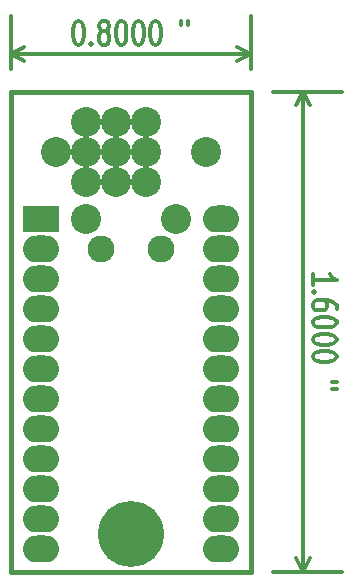
<source format=gbs>
G04 (created by PCBNEW-RS274X (2010-05-05 BZR 2356)-stable) date 12/18/10 15:02:47*
G01*
G70*
G90*
%MOIN*%
G04 Gerber Fmt 3.4, Leading zero omitted, Abs format*
%FSLAX34Y34*%
G04 APERTURE LIST*
%ADD10C,0.005000*%
%ADD11C,0.012000*%
%ADD12C,0.015000*%
%ADD13C,0.100000*%
%ADD14O,0.120000X0.090000*%
%ADD15R,0.120000X0.090000*%
%ADD16C,0.090000*%
%ADD17C,0.220000*%
G04 APERTURE END LIST*
G54D10*
G54D11*
X20065Y-16430D02*
X20065Y-16087D01*
X20065Y-16259D02*
X20865Y-16259D01*
X20751Y-16202D01*
X20675Y-16144D01*
X20637Y-16087D01*
X20141Y-16687D02*
X20103Y-16715D01*
X20065Y-16687D01*
X20103Y-16658D01*
X20141Y-16687D01*
X20065Y-16687D01*
X20865Y-17230D02*
X20865Y-17116D01*
X20827Y-17059D01*
X20789Y-17030D01*
X20675Y-16973D01*
X20522Y-16944D01*
X20218Y-16944D01*
X20141Y-16973D01*
X20103Y-17001D01*
X20065Y-17059D01*
X20065Y-17173D01*
X20103Y-17230D01*
X20141Y-17259D01*
X20218Y-17287D01*
X20408Y-17287D01*
X20484Y-17259D01*
X20522Y-17230D01*
X20560Y-17173D01*
X20560Y-17059D01*
X20522Y-17001D01*
X20484Y-16973D01*
X20408Y-16944D01*
X20865Y-17658D02*
X20865Y-17715D01*
X20827Y-17772D01*
X20789Y-17801D01*
X20713Y-17830D01*
X20560Y-17858D01*
X20370Y-17858D01*
X20218Y-17830D01*
X20141Y-17801D01*
X20103Y-17772D01*
X20065Y-17715D01*
X20065Y-17658D01*
X20103Y-17601D01*
X20141Y-17572D01*
X20218Y-17544D01*
X20370Y-17515D01*
X20560Y-17515D01*
X20713Y-17544D01*
X20789Y-17572D01*
X20827Y-17601D01*
X20865Y-17658D01*
X20865Y-18229D02*
X20865Y-18286D01*
X20827Y-18343D01*
X20789Y-18372D01*
X20713Y-18401D01*
X20560Y-18429D01*
X20370Y-18429D01*
X20218Y-18401D01*
X20141Y-18372D01*
X20103Y-18343D01*
X20065Y-18286D01*
X20065Y-18229D01*
X20103Y-18172D01*
X20141Y-18143D01*
X20218Y-18115D01*
X20370Y-18086D01*
X20560Y-18086D01*
X20713Y-18115D01*
X20789Y-18143D01*
X20827Y-18172D01*
X20865Y-18229D01*
X20865Y-18800D02*
X20865Y-18857D01*
X20827Y-18914D01*
X20789Y-18943D01*
X20713Y-18972D01*
X20560Y-19000D01*
X20370Y-19000D01*
X20218Y-18972D01*
X20141Y-18943D01*
X20103Y-18914D01*
X20065Y-18857D01*
X20065Y-18800D01*
X20103Y-18743D01*
X20141Y-18714D01*
X20218Y-18686D01*
X20370Y-18657D01*
X20560Y-18657D01*
X20713Y-18686D01*
X20789Y-18714D01*
X20827Y-18743D01*
X20865Y-18800D01*
X20865Y-19685D02*
X20713Y-19685D01*
X20865Y-19914D02*
X20713Y-19914D01*
X19749Y-10000D02*
X19749Y-26000D01*
X18750Y-10000D02*
X21029Y-10000D01*
X18750Y-26000D02*
X21029Y-26000D01*
X19749Y-26000D02*
X19519Y-25557D01*
X19749Y-26000D02*
X19979Y-25557D01*
X19749Y-10000D02*
X19519Y-10443D01*
X19749Y-10000D02*
X19979Y-10443D01*
X12230Y-07635D02*
X12287Y-07635D01*
X12344Y-07673D01*
X12373Y-07711D01*
X12402Y-07787D01*
X12430Y-07940D01*
X12430Y-08130D01*
X12402Y-08282D01*
X12373Y-08359D01*
X12344Y-08397D01*
X12287Y-08435D01*
X12230Y-08435D01*
X12173Y-08397D01*
X12144Y-08359D01*
X12116Y-08282D01*
X12087Y-08130D01*
X12087Y-07940D01*
X12116Y-07787D01*
X12144Y-07711D01*
X12173Y-07673D01*
X12230Y-07635D01*
X12687Y-08359D02*
X12715Y-08397D01*
X12687Y-08435D01*
X12658Y-08397D01*
X12687Y-08359D01*
X12687Y-08435D01*
X13059Y-07978D02*
X13001Y-07940D01*
X12973Y-07901D01*
X12944Y-07825D01*
X12944Y-07787D01*
X12973Y-07711D01*
X13001Y-07673D01*
X13059Y-07635D01*
X13173Y-07635D01*
X13230Y-07673D01*
X13259Y-07711D01*
X13287Y-07787D01*
X13287Y-07825D01*
X13259Y-07901D01*
X13230Y-07940D01*
X13173Y-07978D01*
X13059Y-07978D01*
X13001Y-08016D01*
X12973Y-08054D01*
X12944Y-08130D01*
X12944Y-08282D01*
X12973Y-08359D01*
X13001Y-08397D01*
X13059Y-08435D01*
X13173Y-08435D01*
X13230Y-08397D01*
X13259Y-08359D01*
X13287Y-08282D01*
X13287Y-08130D01*
X13259Y-08054D01*
X13230Y-08016D01*
X13173Y-07978D01*
X13658Y-07635D02*
X13715Y-07635D01*
X13772Y-07673D01*
X13801Y-07711D01*
X13830Y-07787D01*
X13858Y-07940D01*
X13858Y-08130D01*
X13830Y-08282D01*
X13801Y-08359D01*
X13772Y-08397D01*
X13715Y-08435D01*
X13658Y-08435D01*
X13601Y-08397D01*
X13572Y-08359D01*
X13544Y-08282D01*
X13515Y-08130D01*
X13515Y-07940D01*
X13544Y-07787D01*
X13572Y-07711D01*
X13601Y-07673D01*
X13658Y-07635D01*
X14229Y-07635D02*
X14286Y-07635D01*
X14343Y-07673D01*
X14372Y-07711D01*
X14401Y-07787D01*
X14429Y-07940D01*
X14429Y-08130D01*
X14401Y-08282D01*
X14372Y-08359D01*
X14343Y-08397D01*
X14286Y-08435D01*
X14229Y-08435D01*
X14172Y-08397D01*
X14143Y-08359D01*
X14115Y-08282D01*
X14086Y-08130D01*
X14086Y-07940D01*
X14115Y-07787D01*
X14143Y-07711D01*
X14172Y-07673D01*
X14229Y-07635D01*
X14800Y-07635D02*
X14857Y-07635D01*
X14914Y-07673D01*
X14943Y-07711D01*
X14972Y-07787D01*
X15000Y-07940D01*
X15000Y-08130D01*
X14972Y-08282D01*
X14943Y-08359D01*
X14914Y-08397D01*
X14857Y-08435D01*
X14800Y-08435D01*
X14743Y-08397D01*
X14714Y-08359D01*
X14686Y-08282D01*
X14657Y-08130D01*
X14657Y-07940D01*
X14686Y-07787D01*
X14714Y-07711D01*
X14743Y-07673D01*
X14800Y-07635D01*
X15685Y-07635D02*
X15685Y-07787D01*
X15914Y-07635D02*
X15914Y-07787D01*
X10000Y-08751D02*
X18000Y-08751D01*
X10000Y-09250D02*
X10000Y-07471D01*
X18000Y-09250D02*
X18000Y-07471D01*
X18000Y-08751D02*
X17557Y-08981D01*
X18000Y-08751D02*
X17557Y-08521D01*
X10000Y-08751D02*
X10443Y-08981D01*
X10000Y-08751D02*
X10443Y-08521D01*
G54D12*
X10000Y-26000D02*
X10000Y-10000D01*
X18000Y-26000D02*
X10000Y-26000D01*
X18000Y-10000D02*
X18000Y-26000D01*
X10000Y-10000D02*
X18000Y-10000D01*
G54D13*
X12500Y-14250D03*
X15500Y-14250D03*
X12500Y-11000D03*
X16500Y-12000D03*
X12500Y-13000D03*
X12500Y-12000D03*
X13500Y-11000D03*
X13500Y-13000D03*
X13500Y-12000D03*
X11500Y-12000D03*
X14500Y-13000D03*
X14500Y-11000D03*
X14500Y-12000D03*
G54D14*
X17000Y-14250D03*
X17000Y-15250D03*
X17000Y-16250D03*
X17000Y-17250D03*
X17000Y-18250D03*
X17000Y-19250D03*
X17000Y-20250D03*
X17000Y-21250D03*
X17000Y-22250D03*
X17000Y-23250D03*
X17000Y-24250D03*
X17000Y-25250D03*
G54D15*
X11000Y-14250D03*
G54D14*
X11000Y-15250D03*
X11000Y-16250D03*
X11000Y-17250D03*
X11000Y-18250D03*
X11000Y-19250D03*
X11000Y-20250D03*
X11000Y-21250D03*
X11000Y-22250D03*
X11000Y-23250D03*
X11000Y-24250D03*
X11000Y-25250D03*
G54D16*
X13000Y-15250D03*
X15000Y-15250D03*
G54D17*
X14000Y-24750D03*
M02*

</source>
